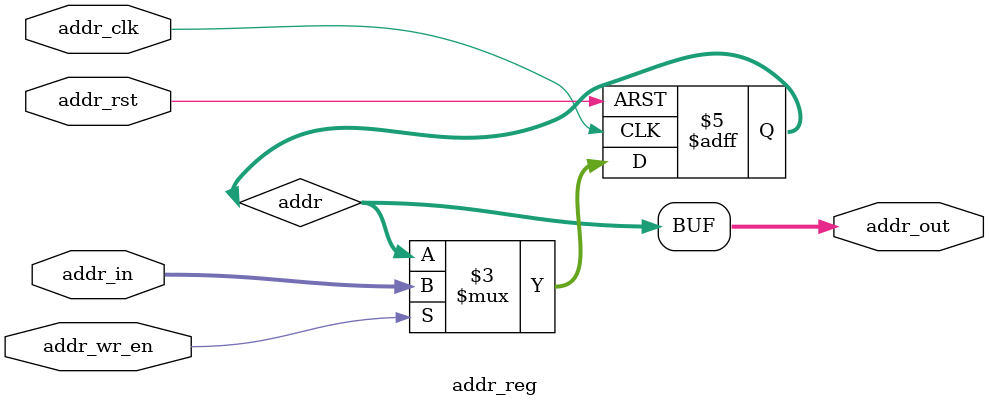
<source format=v>
module addr_reg(addr_in, addr_out, addr_clk, addr_rst, addr_wr_en);
    input [7:0] addr_in;
    input addr_clk, addr_rst, addr_wr_en;
    output reg [7:0] addr_out;

    reg [7:0] addr;
    always @(posedge addr_clk or posedge addr_rst) begin
        if (addr_rst) begin
            addr <= 8'b0; // Reset the address register to 0
        end else begin
            if (addr_wr_en) addr <= addr_in; // Write input to address register if write enable is high
        end
    end
    always @(*) begin
        addr_out = addr; // Output the current value of the address register
    end
endmodule

</source>
